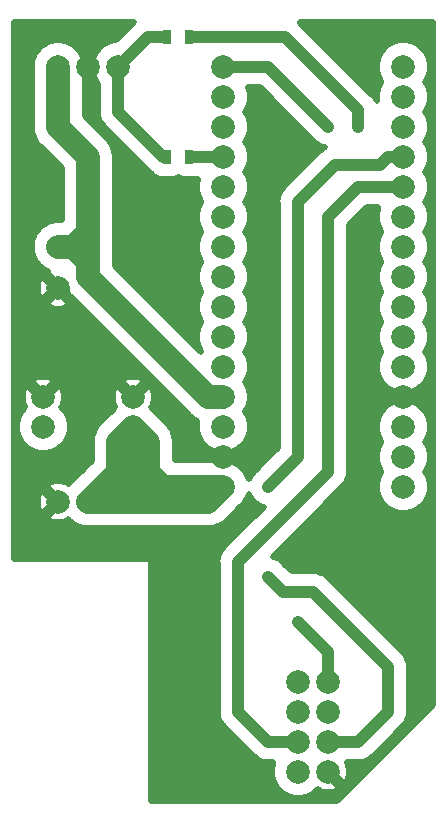
<source format=gbr>
%TF.GenerationSoftware,KiCad,Pcbnew,(5.1.8)-1*%
%TF.CreationDate,2020-11-23T21:40:14-08:00*%
%TF.ProjectId,ard_lightshow,6172645f-6c69-4676-9874-73686f772e6b,rev?*%
%TF.SameCoordinates,Original*%
%TF.FileFunction,Copper,L1,Top*%
%TF.FilePolarity,Positive*%
%FSLAX46Y46*%
G04 Gerber Fmt 4.6, Leading zero omitted, Abs format (unit mm)*
G04 Created by KiCad (PCBNEW (5.1.8)-1) date 2020-11-23 21:40:14*
%MOMM*%
%LPD*%
G01*
G04 APERTURE LIST*
%TA.AperFunction,ComponentPad*%
%ADD10C,2.000000*%
%TD*%
%TA.AperFunction,SMDPad,CuDef*%
%ADD11R,0.700000X1.300000*%
%TD*%
%TA.AperFunction,ViaPad*%
%ADD12C,1.000000*%
%TD*%
%TA.AperFunction,Conductor*%
%ADD13C,2.000000*%
%TD*%
%TA.AperFunction,Conductor*%
%ADD14C,1.000000*%
%TD*%
%TA.AperFunction,Conductor*%
%ADD15C,0.500000*%
%TD*%
%TA.AperFunction,Conductor*%
%ADD16C,0.100000*%
%TD*%
G04 APERTURE END LIST*
D10*
%TO.P,U0,28*%
%TO.N,Net-(U0-Pad28)*%
X132080000Y-130810000D03*
%TO.P,U0,27*%
%TO.N,/GND*%
X132080000Y-128270000D03*
%TO.P,U0,26*%
%TO.N,Net-(U0-Pad26)*%
X132080000Y-125730000D03*
%TO.P,U0,25*%
%TO.N,/IR_OUT*%
X132080000Y-123190000D03*
%TO.P,U0,24*%
%TO.N,Net-(U0-Pad24)*%
X132080000Y-120650000D03*
%TO.P,U0,23*%
%TO.N,Net-(U0-Pad23)*%
X132080000Y-118110000D03*
%TO.P,U0,22*%
%TO.N,Net-(U0-Pad22)*%
X132080000Y-115570000D03*
%TO.P,U0,21*%
%TO.N,Net-(U0-Pad21)*%
X132080000Y-113030000D03*
%TO.P,U0,20*%
%TO.N,/CSN*%
X132080000Y-110490000D03*
%TO.P,U0,19*%
%TO.N,/CE*%
X132080000Y-107950000D03*
%TO.P,U0,18*%
%TO.N,Net-(U0-Pad18)*%
X132080000Y-105410000D03*
%TO.P,U0,17*%
%TO.N,/MOSI*%
X132080000Y-102870000D03*
%TO.P,U0,16*%
%TO.N,/MISO*%
X132080000Y-100330000D03*
%TO.P,U0,15*%
%TO.N,/VIN*%
X116840000Y-135890000D03*
%TO.P,U0,14*%
%TO.N,/GND*%
X116840000Y-133350000D03*
%TO.P,U0,13*%
%TO.N,Net-(U0-Pad13)*%
X116840000Y-130810000D03*
%TO.P,U0,12*%
%TO.N,/5V0*%
X116840000Y-128270000D03*
%TO.P,U0,11*%
%TO.N,Net-(U0-Pad11)*%
X116840000Y-125730000D03*
%TO.P,U0,10*%
%TO.N,Net-(U0-Pad10)*%
X116840000Y-123190000D03*
%TO.P,U0,9*%
%TO.N,Net-(U0-Pad9)*%
X116840000Y-120650000D03*
%TO.P,U0,8*%
%TO.N,Net-(U0-Pad8)*%
X116840000Y-118110000D03*
%TO.P,U0,7*%
%TO.N,Net-(U0-Pad7)*%
X116840000Y-115570000D03*
%TO.P,U0,6*%
%TO.N,Net-(U0-Pad6)*%
X116840000Y-113030000D03*
%TO.P,U0,5*%
%TO.N,Net-(U0-Pad5)*%
X116840000Y-110490000D03*
%TO.P,U0,4*%
%TO.N,/MIC_OUT*%
X116840000Y-107950000D03*
%TO.P,U0,3*%
%TO.N,Net-(U0-Pad3)*%
X116840000Y-105410000D03*
%TO.P,U0,2*%
%TO.N,/3V3*%
X116840000Y-102870000D03*
%TO.P,U0,1*%
%TO.N,/SCK*%
X116840000Y-100330000D03*
%TO.P,U0,29*%
%TO.N,Net-(U0-Pad29)*%
X132080000Y-133350000D03*
%TO.P,U0,30*%
%TO.N,Net-(U0-Pad30)*%
X132080000Y-135890000D03*
%TD*%
%TO.P,U3,1*%
%TO.N,/VIN*%
X105410000Y-137160000D03*
%TO.P,U3,2*%
%TO.N,/GND*%
X102870000Y-137160000D03*
%TD*%
%TO.P,C2,2*%
%TO.N,/GND*%
X109220000Y-128310000D03*
%TO.P,C2,1*%
%TO.N,/VIN*%
X109220000Y-130810000D03*
%TD*%
%TO.P,C0,2*%
%TO.N,/GND*%
X101600000Y-128310000D03*
%TO.P,C0,1*%
%TO.N,/3V3*%
X101600000Y-130810000D03*
%TD*%
%TO.P,C1,1*%
%TO.N,/5V0*%
X102870000Y-115570000D03*
%TO.P,C1,2*%
%TO.N,/GND*%
X102870000Y-119070000D03*
%TD*%
%TO.P,U2,1*%
%TO.N,Net-(R0-Pad2)*%
X107950000Y-100330000D03*
%TO.P,U2,2*%
%TO.N,/GND*%
X105410000Y-100330000D03*
%TO.P,U2,3*%
%TO.N,/5V0*%
X102870000Y-100330000D03*
%TD*%
%TO.P,U1,1*%
%TO.N,/GND*%
X125730000Y-160020000D03*
%TO.P,U1,2*%
%TO.N,/CE*%
X125730000Y-157480000D03*
%TO.P,U1,3*%
%TO.N,/SCK*%
X125730000Y-154940000D03*
%TO.P,U1,4*%
%TO.N,/MISO*%
X125730000Y-152400000D03*
%TO.P,U1,8*%
%TO.N,Net-(U1-Pad8)*%
X123190000Y-152400000D03*
%TO.P,U1,7*%
%TO.N,/MOSI*%
X123190000Y-154940000D03*
%TO.P,U1,6*%
%TO.N,/CSN*%
X123190000Y-157480000D03*
%TO.P,U1,5*%
%TO.N,/3V3*%
X123190000Y-160020000D03*
%TD*%
D11*
%TO.P,R1,1*%
%TO.N,Net-(R0-Pad2)*%
X112080000Y-97790000D03*
%TO.P,R1,2*%
%TO.N,/IR_OUT*%
X113980000Y-97790000D03*
%TD*%
%TO.P,R0,1*%
%TO.N,/MIC_OUT*%
X113980000Y-107950000D03*
%TO.P,R0,2*%
%TO.N,Net-(R0-Pad2)*%
X112080000Y-107950000D03*
%TD*%
D12*
%TO.N,/SCK*%
X125730000Y-105410000D03*
%TO.N,/MISO*%
X123190000Y-147320000D03*
%TO.N,/CE*%
X120650000Y-135890000D03*
X120650000Y-143510000D03*
%TO.N,/IR_OUT*%
X128270000Y-105410000D03*
%TD*%
D13*
%TO.N,/5V0*%
X102870000Y-115570000D02*
X104140000Y-115570000D01*
X104140000Y-115570000D02*
X105410000Y-116840000D01*
X104140000Y-115570000D02*
X105410000Y-114300000D01*
X105410000Y-114300000D02*
X105410000Y-116840000D01*
X116840000Y-128270000D02*
X115570000Y-128270000D01*
X105410000Y-116840000D02*
X105410000Y-118110000D01*
X102870000Y-105410000D02*
X102870000Y-100330000D01*
X105410000Y-114300000D02*
X105410000Y-107950000D01*
X105410000Y-107950000D02*
X102870000Y-105410000D01*
X115570000Y-128270000D02*
X105410000Y-118110000D01*
D14*
%TO.N,/SCK*%
X125730000Y-105410000D02*
X125730000Y-105410000D01*
X120650000Y-100330000D02*
X116840000Y-100330000D01*
X125730000Y-105410000D02*
X125730000Y-105410000D01*
X125730000Y-105410000D02*
X125730000Y-105410000D01*
X125730000Y-105410000D02*
X120650000Y-100330000D01*
%TO.N,/MISO*%
X123190000Y-147320000D02*
X123190000Y-147320000D01*
X125730000Y-149860000D02*
X125730000Y-152400000D01*
X123190000Y-147320000D02*
X123190000Y-147320000D01*
X123190000Y-147320000D02*
X123190000Y-147320000D01*
X123190000Y-147320000D02*
X125730000Y-149860000D01*
%TO.N,/CE*%
X121920000Y-144780000D02*
X120650000Y-143510000D01*
X124460000Y-144780000D02*
X121920000Y-144780000D01*
X130810000Y-151130000D02*
X124460000Y-144780000D01*
X130810000Y-154940000D02*
X130810000Y-151130000D01*
X128270000Y-157480000D02*
X130810000Y-154940000D01*
X125730000Y-157480000D02*
X128270000Y-157480000D01*
X130810000Y-107950000D02*
X132080000Y-107950000D01*
X130079999Y-108680001D02*
X130810000Y-107950000D01*
X126269999Y-108680001D02*
X130079999Y-108680001D01*
X123190000Y-111760000D02*
X126269999Y-108680001D01*
X123190000Y-133350000D02*
X123190000Y-111760000D01*
X121920000Y-134620000D02*
X123190000Y-133350000D01*
X121920000Y-134620000D02*
X120650000Y-135890000D01*
X120650000Y-135890000D02*
X120650000Y-135890000D01*
X120650000Y-143510000D02*
X120650000Y-143510000D01*
X120650000Y-135890000D02*
X120650000Y-135890000D01*
X120650000Y-143510000D02*
X120650000Y-143510000D01*
X120650000Y-135890000D02*
X120650000Y-135890000D01*
X120650000Y-135890000D02*
X120650000Y-135890000D01*
X120650000Y-143510000D02*
X120650000Y-143510000D01*
%TO.N,/CSN*%
X128270000Y-110490000D02*
X132080000Y-110490000D01*
X125730000Y-113030000D02*
X128270000Y-110490000D01*
X118110000Y-142240000D02*
X125730000Y-134620000D01*
X125730000Y-134620000D02*
X125730000Y-113030000D01*
X118110000Y-154940000D02*
X118110000Y-142240000D01*
X123190000Y-157480000D02*
X120650000Y-157480000D01*
X120650000Y-157480000D02*
X118110000Y-154940000D01*
%TO.N,/IR_OUT*%
X128270000Y-105410000D02*
X128270000Y-105410000D01*
X128270000Y-103995787D02*
X122064213Y-97790000D01*
X128270000Y-105410000D02*
X128270000Y-105410000D01*
X128270000Y-105410000D02*
X128270000Y-103995787D01*
X122064213Y-97790000D02*
X114300000Y-97790000D01*
X128270000Y-105410000D02*
X128270000Y-105410000D01*
D13*
%TO.N,/VIN*%
X109220000Y-133350000D02*
X109220000Y-130810000D01*
X111760000Y-135890000D02*
X116840000Y-135890000D01*
X110490000Y-134620000D02*
X107950000Y-134620000D01*
X107950000Y-134620000D02*
X109220000Y-133350000D01*
X109220000Y-133350000D02*
X110490000Y-134620000D01*
X110490000Y-134620000D02*
X111760000Y-135890000D01*
X111760000Y-135890000D02*
X106680000Y-135890000D01*
X106680000Y-135890000D02*
X107950000Y-134620000D01*
X105410000Y-137160000D02*
X106680000Y-135890000D01*
X115570000Y-137160000D02*
X116840000Y-135890000D01*
X105410000Y-137160000D02*
X115570000Y-137160000D01*
X109220000Y-130810000D02*
X107950000Y-132080000D01*
X107950000Y-132080000D02*
X107950000Y-134620000D01*
X109220000Y-130810000D02*
X110490000Y-132080000D01*
X110490000Y-132080000D02*
X110490000Y-134620000D01*
D14*
%TO.N,/MIC_OUT*%
X116840000Y-107950000D02*
X114300000Y-107950000D01*
%TO.N,Net-(R0-Pad2)*%
X107950000Y-100330000D02*
X110490000Y-97790000D01*
X107950000Y-100330000D02*
X107950000Y-104140000D01*
X107950000Y-104140000D02*
X111760000Y-107950000D01*
X110490000Y-97790000D02*
X111760000Y-97790000D01*
%TD*%
D15*
%TO.N,/GND*%
X109191776Y-96613350D02*
X107724315Y-98080811D01*
X107293699Y-98166466D01*
X106884225Y-98336076D01*
X106515708Y-98582311D01*
X106202311Y-98895708D01*
X105956076Y-99264225D01*
X105786466Y-99673699D01*
X105700000Y-100108394D01*
X105700000Y-100551606D01*
X105786466Y-100986301D01*
X105956076Y-101395775D01*
X106200000Y-101760834D01*
X106200001Y-104054025D01*
X106191533Y-104140000D01*
X106207715Y-104304292D01*
X106225322Y-104483060D01*
X106307420Y-104753699D01*
X106325389Y-104812936D01*
X106487888Y-105116952D01*
X106633198Y-105294012D01*
X106706577Y-105383424D01*
X106773351Y-105438224D01*
X110583351Y-109248225D01*
X110771963Y-109403015D01*
X110841840Y-109488160D01*
X111032177Y-109644366D01*
X111249331Y-109760437D01*
X111484957Y-109831913D01*
X111730000Y-109856048D01*
X112430000Y-109856048D01*
X112675043Y-109831913D01*
X112910669Y-109760437D01*
X113030000Y-109696653D01*
X113149331Y-109760437D01*
X113384957Y-109831913D01*
X113630000Y-109856048D01*
X114330000Y-109856048D01*
X114575043Y-109831913D01*
X114691887Y-109796469D01*
X114676466Y-109833699D01*
X114590000Y-110268394D01*
X114590000Y-110711606D01*
X114676466Y-111146301D01*
X114846076Y-111555775D01*
X114982535Y-111760000D01*
X114846076Y-111964225D01*
X114676466Y-112373699D01*
X114590000Y-112808394D01*
X114590000Y-113251606D01*
X114676466Y-113686301D01*
X114846076Y-114095775D01*
X114982535Y-114300000D01*
X114846076Y-114504225D01*
X114676466Y-114913699D01*
X114590000Y-115348394D01*
X114590000Y-115791606D01*
X114676466Y-116226301D01*
X114846076Y-116635775D01*
X114982535Y-116840000D01*
X114846076Y-117044225D01*
X114676466Y-117453699D01*
X114590000Y-117888394D01*
X114590000Y-118331606D01*
X114676466Y-118766301D01*
X114846076Y-119175775D01*
X114982535Y-119380000D01*
X114846076Y-119584225D01*
X114676466Y-119993699D01*
X114590000Y-120428394D01*
X114590000Y-120871606D01*
X114676466Y-121306301D01*
X114846076Y-121715775D01*
X114982535Y-121920000D01*
X114846076Y-122124225D01*
X114676466Y-122533699D01*
X114590000Y-122968394D01*
X114590000Y-123411606D01*
X114676466Y-123846301D01*
X114846076Y-124255775D01*
X114982535Y-124460000D01*
X114966291Y-124484310D01*
X107660000Y-117178020D01*
X107660000Y-116950525D01*
X107670886Y-116839999D01*
X107660000Y-116729472D01*
X107660000Y-114410527D01*
X107670886Y-114300001D01*
X107660000Y-114189472D01*
X107660000Y-108060517D01*
X107670885Y-107949999D01*
X107660000Y-107839481D01*
X107660000Y-107839472D01*
X107627444Y-107508923D01*
X107498786Y-107084796D01*
X107289858Y-106693919D01*
X107178254Y-106557929D01*
X107079145Y-106437164D01*
X107079144Y-106437163D01*
X107008688Y-106351312D01*
X106922837Y-106280856D01*
X105120000Y-104478020D01*
X105120000Y-100108394D01*
X105098330Y-99999451D01*
X105087444Y-99888923D01*
X105055204Y-99782644D01*
X105033534Y-99673699D01*
X104991025Y-99571074D01*
X104958786Y-99464796D01*
X104906433Y-99366850D01*
X104863924Y-99264225D01*
X104802212Y-99171866D01*
X104749858Y-99073919D01*
X104679402Y-98988068D01*
X104617689Y-98895708D01*
X104539144Y-98817163D01*
X104468688Y-98731312D01*
X104382837Y-98660856D01*
X104304292Y-98582311D01*
X104211932Y-98520598D01*
X104126081Y-98450142D01*
X104028134Y-98397788D01*
X103935775Y-98336076D01*
X103833150Y-98293567D01*
X103735204Y-98241214D01*
X103628926Y-98208975D01*
X103526301Y-98166466D01*
X103417356Y-98144796D01*
X103311077Y-98112556D01*
X103200549Y-98101670D01*
X103091606Y-98080000D01*
X102980528Y-98080000D01*
X102870000Y-98069114D01*
X102759472Y-98080000D01*
X102648394Y-98080000D01*
X102539451Y-98101670D01*
X102428924Y-98112556D01*
X102322646Y-98144795D01*
X102213699Y-98166466D01*
X102111071Y-98208976D01*
X102004797Y-98241214D01*
X101906854Y-98293566D01*
X101804225Y-98336076D01*
X101711862Y-98397791D01*
X101613920Y-98450142D01*
X101528073Y-98520595D01*
X101435708Y-98582311D01*
X101357159Y-98660860D01*
X101271313Y-98731312D01*
X101200861Y-98817158D01*
X101122311Y-98895708D01*
X101060594Y-98988074D01*
X100990143Y-99073919D01*
X100937793Y-99171859D01*
X100876076Y-99264225D01*
X100833564Y-99366858D01*
X100781215Y-99464796D01*
X100748979Y-99571064D01*
X100706466Y-99673699D01*
X100684794Y-99782653D01*
X100652557Y-99888923D01*
X100641672Y-99999441D01*
X100620000Y-100108394D01*
X100620000Y-100551606D01*
X100620001Y-100551611D01*
X100620000Y-105299474D01*
X100609114Y-105410000D01*
X100620000Y-105520525D01*
X100620000Y-105520527D01*
X100652556Y-105851076D01*
X100781214Y-106275203D01*
X100990142Y-106666081D01*
X101271312Y-107008688D01*
X101357168Y-107079148D01*
X103160001Y-108881982D01*
X103160000Y-113320000D01*
X102648394Y-113320000D01*
X102539451Y-113341670D01*
X102428923Y-113352556D01*
X102322644Y-113384796D01*
X102213699Y-113406466D01*
X102111074Y-113448975D01*
X102004796Y-113481214D01*
X101906850Y-113533567D01*
X101804225Y-113576076D01*
X101711866Y-113637788D01*
X101613919Y-113690142D01*
X101528068Y-113760598D01*
X101435708Y-113822311D01*
X101357164Y-113900855D01*
X101271312Y-113971312D01*
X101200856Y-114057163D01*
X101122311Y-114135708D01*
X101060598Y-114228068D01*
X100990142Y-114313919D01*
X100937788Y-114411866D01*
X100876076Y-114504225D01*
X100833567Y-114606850D01*
X100781214Y-114704796D01*
X100748975Y-114811074D01*
X100706466Y-114913699D01*
X100684796Y-115022644D01*
X100652556Y-115128923D01*
X100641670Y-115239451D01*
X100620000Y-115348394D01*
X100620000Y-115459472D01*
X100609114Y-115570000D01*
X100620000Y-115680528D01*
X100620000Y-115791606D01*
X100641670Y-115900549D01*
X100652556Y-116011077D01*
X100684796Y-116117356D01*
X100706466Y-116226301D01*
X100748975Y-116328926D01*
X100781214Y-116435204D01*
X100833567Y-116533150D01*
X100876076Y-116635775D01*
X100937788Y-116728134D01*
X100990142Y-116826081D01*
X101060598Y-116911932D01*
X101122311Y-117004292D01*
X101200854Y-117082835D01*
X101271312Y-117168688D01*
X101357163Y-117239144D01*
X101435708Y-117317689D01*
X101528068Y-117379402D01*
X101613919Y-117449858D01*
X101711866Y-117502212D01*
X101804225Y-117563924D01*
X101906850Y-117606433D01*
X101999528Y-117655970D01*
X101950091Y-117796537D01*
X102870000Y-118716447D01*
X102884143Y-118702305D01*
X103237696Y-119055858D01*
X103223553Y-119070000D01*
X103578232Y-119424678D01*
X103740855Y-119622835D01*
X103811313Y-119708688D01*
X103897164Y-119779144D01*
X113900856Y-129782837D01*
X113971312Y-129868688D01*
X114057163Y-129939144D01*
X114057164Y-129939145D01*
X114313918Y-130149858D01*
X114509358Y-130254322D01*
X114642315Y-130325389D01*
X114590000Y-130588394D01*
X114590000Y-131031606D01*
X114676466Y-131466301D01*
X114846076Y-131875775D01*
X115092311Y-132244292D01*
X115405708Y-132557689D01*
X115774225Y-132803924D01*
X116183699Y-132973534D01*
X116618394Y-133060000D01*
X117061606Y-133060000D01*
X117496301Y-132973534D01*
X117905775Y-132803924D01*
X118274292Y-132557689D01*
X118587689Y-132244292D01*
X118833924Y-131875775D01*
X119003534Y-131466301D01*
X119090000Y-131031606D01*
X119090000Y-130588394D01*
X119003534Y-130153699D01*
X118833924Y-129744225D01*
X118702388Y-129547368D01*
X118719858Y-129526081D01*
X118772212Y-129428134D01*
X118833924Y-129335775D01*
X118876433Y-129233150D01*
X118928786Y-129135204D01*
X118961025Y-129028926D01*
X119003534Y-128926301D01*
X119025204Y-128817356D01*
X119057444Y-128711077D01*
X119068330Y-128600549D01*
X119090000Y-128491606D01*
X119090000Y-128380528D01*
X119100886Y-128270000D01*
X119090000Y-128159472D01*
X119090000Y-128048394D01*
X119068330Y-127939451D01*
X119057444Y-127828923D01*
X119025204Y-127722644D01*
X119003534Y-127613699D01*
X118961025Y-127511074D01*
X118928786Y-127404796D01*
X118876433Y-127306850D01*
X118833924Y-127204225D01*
X118772212Y-127111866D01*
X118719858Y-127013919D01*
X118702388Y-126992632D01*
X118833924Y-126795775D01*
X119003534Y-126386301D01*
X119090000Y-125951606D01*
X119090000Y-125508394D01*
X119003534Y-125073699D01*
X118833924Y-124664225D01*
X118697465Y-124460000D01*
X118833924Y-124255775D01*
X119003534Y-123846301D01*
X119090000Y-123411606D01*
X119090000Y-122968394D01*
X119003534Y-122533699D01*
X118833924Y-122124225D01*
X118697465Y-121920000D01*
X118833924Y-121715775D01*
X119003534Y-121306301D01*
X119090000Y-120871606D01*
X119090000Y-120428394D01*
X119003534Y-119993699D01*
X118833924Y-119584225D01*
X118697465Y-119380000D01*
X118833924Y-119175775D01*
X119003534Y-118766301D01*
X119090000Y-118331606D01*
X119090000Y-117888394D01*
X119003534Y-117453699D01*
X118833924Y-117044225D01*
X118697465Y-116840000D01*
X118833924Y-116635775D01*
X119003534Y-116226301D01*
X119090000Y-115791606D01*
X119090000Y-115348394D01*
X119003534Y-114913699D01*
X118833924Y-114504225D01*
X118697465Y-114300000D01*
X118833924Y-114095775D01*
X119003534Y-113686301D01*
X119090000Y-113251606D01*
X119090000Y-112808394D01*
X119003534Y-112373699D01*
X118833924Y-111964225D01*
X118697465Y-111760000D01*
X118833924Y-111555775D01*
X119003534Y-111146301D01*
X119090000Y-110711606D01*
X119090000Y-110268394D01*
X119003534Y-109833699D01*
X118833924Y-109424225D01*
X118697465Y-109220000D01*
X118833924Y-109015775D01*
X119003534Y-108606301D01*
X119090000Y-108171606D01*
X119090000Y-107728394D01*
X119003534Y-107293699D01*
X118833924Y-106884225D01*
X118697465Y-106680000D01*
X118833924Y-106475775D01*
X119003534Y-106066301D01*
X119090000Y-105631606D01*
X119090000Y-105188394D01*
X119003534Y-104753699D01*
X118833924Y-104344225D01*
X118697465Y-104140000D01*
X118833924Y-103935775D01*
X119003534Y-103526301D01*
X119090000Y-103091606D01*
X119090000Y-102648394D01*
X119003534Y-102213699D01*
X118948154Y-102080000D01*
X119925127Y-102080000D01*
X124370686Y-106525560D01*
X124431776Y-106586650D01*
X124486576Y-106653424D01*
X124553350Y-106708224D01*
X124614440Y-106769314D01*
X124686270Y-106817309D01*
X124753047Y-106872112D01*
X124829233Y-106912834D01*
X124901064Y-106960830D01*
X124980881Y-106993891D01*
X125057064Y-107034612D01*
X125139727Y-107059687D01*
X125219544Y-107092749D01*
X125304276Y-107109603D01*
X125386940Y-107134679D01*
X125439109Y-107139817D01*
X125293046Y-107217889D01*
X125200672Y-107293699D01*
X125026575Y-107436577D01*
X124971775Y-107503351D01*
X122013351Y-110461776D01*
X121946577Y-110516576D01*
X121891777Y-110583350D01*
X121891775Y-110583352D01*
X121727888Y-110783048D01*
X121565389Y-111087064D01*
X121468827Y-111405388D01*
X121465322Y-111416941D01*
X121431533Y-111760000D01*
X121440001Y-111845975D01*
X121440000Y-132625126D01*
X120743356Y-133321771D01*
X120743351Y-133321775D01*
X119534443Y-134530684D01*
X119534440Y-134530686D01*
X119473350Y-134591776D01*
X119406576Y-134646576D01*
X119351776Y-134713350D01*
X119290686Y-134774440D01*
X119242688Y-134846274D01*
X119187888Y-134913048D01*
X119147168Y-134989231D01*
X119099170Y-135061064D01*
X119066109Y-135140881D01*
X119025388Y-135217064D01*
X119010190Y-135267163D01*
X119003534Y-135233699D01*
X118961025Y-135131074D01*
X118928786Y-135024796D01*
X118876433Y-134926850D01*
X118833924Y-134824225D01*
X118772212Y-134731866D01*
X118719858Y-134633919D01*
X118649402Y-134548068D01*
X118587689Y-134455708D01*
X118509144Y-134377163D01*
X118438688Y-134291312D01*
X118352836Y-134220855D01*
X118274292Y-134142311D01*
X118181932Y-134080598D01*
X118096081Y-134010142D01*
X117998134Y-133957788D01*
X117905775Y-133896076D01*
X117803150Y-133853567D01*
X117705204Y-133801214D01*
X117598926Y-133768975D01*
X117496301Y-133726466D01*
X117387356Y-133704796D01*
X117281077Y-133672556D01*
X117170549Y-133661670D01*
X117061606Y-133640000D01*
X116950525Y-133640000D01*
X116839999Y-133629114D01*
X116729473Y-133640000D01*
X112740000Y-133640000D01*
X112740000Y-132190525D01*
X112750886Y-132079999D01*
X112740000Y-131969472D01*
X112707444Y-131638923D01*
X112578786Y-131214796D01*
X112480869Y-131031606D01*
X112369858Y-130823918D01*
X112253181Y-130681748D01*
X112088688Y-130481312D01*
X112002831Y-130410851D01*
X110967691Y-129375711D01*
X110967689Y-129375708D01*
X110889144Y-129297163D01*
X110818688Y-129211312D01*
X110736987Y-129144262D01*
X110775127Y-129130848D01*
X110905385Y-128811687D01*
X110970875Y-128473245D01*
X110969080Y-128128530D01*
X110900068Y-127790788D01*
X110775127Y-127489152D01*
X110493463Y-127390091D01*
X109573553Y-128310000D01*
X109587696Y-128324143D01*
X109351838Y-128560000D01*
X109330528Y-128560000D01*
X109220000Y-128549114D01*
X109219999Y-128549114D01*
X109171811Y-128553860D01*
X109109472Y-128560000D01*
X109088162Y-128560000D01*
X108852305Y-128324143D01*
X108866447Y-128310000D01*
X107946537Y-127390091D01*
X107664873Y-127489152D01*
X107534615Y-127808313D01*
X107469125Y-128146755D01*
X107470920Y-128491470D01*
X107539932Y-128829212D01*
X107664873Y-129130848D01*
X107703014Y-129144262D01*
X107621313Y-129211312D01*
X107550861Y-129297158D01*
X107472311Y-129375708D01*
X107472309Y-129375711D01*
X106437169Y-130410851D01*
X106351312Y-130481312D01*
X106070142Y-130823919D01*
X105861214Y-131214797D01*
X105732556Y-131638924D01*
X105700000Y-131969472D01*
X105689114Y-132080000D01*
X105700000Y-132190525D01*
X105700000Y-133688020D01*
X105167169Y-134220851D01*
X105081312Y-134291312D01*
X105010851Y-134377169D01*
X103975711Y-135412309D01*
X103975708Y-135412311D01*
X103897163Y-135490856D01*
X103811312Y-135561312D01*
X103740856Y-135647163D01*
X103714863Y-135673156D01*
X103690848Y-135604873D01*
X103371687Y-135474615D01*
X103033245Y-135409125D01*
X102688530Y-135410920D01*
X102350788Y-135479932D01*
X102049152Y-135604873D01*
X101950091Y-135886537D01*
X102870000Y-136806447D01*
X102884143Y-136792305D01*
X103158324Y-137066486D01*
X103149114Y-137160000D01*
X103158324Y-137253514D01*
X102884143Y-137527696D01*
X102870000Y-137513553D01*
X101950091Y-138433463D01*
X102049152Y-138715127D01*
X102368313Y-138845385D01*
X102706755Y-138910875D01*
X103051470Y-138909080D01*
X103389212Y-138840068D01*
X103690848Y-138715127D01*
X103714863Y-138646844D01*
X103740856Y-138672837D01*
X103811312Y-138758688D01*
X103897163Y-138829144D01*
X103975708Y-138907689D01*
X104068068Y-138969402D01*
X104153919Y-139039858D01*
X104251866Y-139092212D01*
X104344225Y-139153924D01*
X104446850Y-139196433D01*
X104544796Y-139248786D01*
X104651074Y-139281025D01*
X104753699Y-139323534D01*
X104862644Y-139345204D01*
X104968923Y-139377444D01*
X105079451Y-139388330D01*
X105188394Y-139410000D01*
X105299475Y-139410000D01*
X105410000Y-139420886D01*
X105520525Y-139410000D01*
X115459475Y-139410000D01*
X115570000Y-139420886D01*
X115680525Y-139410000D01*
X115680528Y-139410000D01*
X116011077Y-139377444D01*
X116435204Y-139248786D01*
X116826081Y-139039858D01*
X117168688Y-138758688D01*
X117239149Y-138672831D01*
X118274289Y-137637691D01*
X118274292Y-137637689D01*
X118352837Y-137559144D01*
X118438688Y-137488688D01*
X118509146Y-137402835D01*
X118587689Y-137324292D01*
X118649400Y-137231934D01*
X118719858Y-137146082D01*
X118772214Y-137048131D01*
X118833924Y-136955775D01*
X118876432Y-136853152D01*
X118928786Y-136755204D01*
X118961024Y-136648928D01*
X119003534Y-136546301D01*
X119010190Y-136512837D01*
X119025388Y-136562936D01*
X119066109Y-136639119D01*
X119099170Y-136718936D01*
X119147168Y-136790769D01*
X119187888Y-136866952D01*
X119242688Y-136933726D01*
X119290686Y-137005560D01*
X119351776Y-137066650D01*
X119406576Y-137133424D01*
X119473350Y-137188224D01*
X119534440Y-137249314D01*
X119606274Y-137297312D01*
X119673048Y-137352112D01*
X119749231Y-137392832D01*
X119821064Y-137440830D01*
X119900881Y-137473891D01*
X119977064Y-137514612D01*
X120059727Y-137539687D01*
X120139544Y-137572749D01*
X120224276Y-137589603D01*
X120271268Y-137603858D01*
X116933351Y-140941776D01*
X116866577Y-140996576D01*
X116811777Y-141063350D01*
X116811775Y-141063352D01*
X116647888Y-141263048D01*
X116485389Y-141567064D01*
X116388827Y-141885388D01*
X116385322Y-141896941D01*
X116351533Y-142240000D01*
X116360001Y-142325975D01*
X116360000Y-154854035D01*
X116351533Y-154940000D01*
X116360000Y-155025965D01*
X116360000Y-155025967D01*
X116385321Y-155283059D01*
X116485388Y-155612935D01*
X116513611Y-155665736D01*
X116647888Y-155916952D01*
X116737497Y-156026140D01*
X116866576Y-156183424D01*
X116933355Y-156238229D01*
X119351776Y-158656650D01*
X119406576Y-158723424D01*
X119673048Y-158942112D01*
X119977064Y-159104612D01*
X120306940Y-159204679D01*
X120564032Y-159230000D01*
X120564041Y-159230000D01*
X120649999Y-159238466D01*
X120735957Y-159230000D01*
X121081846Y-159230000D01*
X121026466Y-159363699D01*
X120940000Y-159798394D01*
X120940000Y-160241606D01*
X121026466Y-160676301D01*
X121196076Y-161085775D01*
X121442311Y-161454292D01*
X121755708Y-161767689D01*
X122124225Y-162013924D01*
X122533699Y-162183534D01*
X122968394Y-162270000D01*
X123411606Y-162270000D01*
X123846301Y-162183534D01*
X124255775Y-162013924D01*
X124624292Y-161767689D01*
X124885137Y-161506844D01*
X124909152Y-161575127D01*
X125228313Y-161705385D01*
X125566755Y-161770875D01*
X125911470Y-161769080D01*
X126249212Y-161700068D01*
X126550848Y-161575127D01*
X126649909Y-161293463D01*
X125730000Y-160373553D01*
X125715858Y-160387696D01*
X125440000Y-160111838D01*
X125440000Y-159928162D01*
X125638162Y-159730000D01*
X125821838Y-159730000D01*
X126097696Y-160005858D01*
X126083553Y-160020000D01*
X127003463Y-160939909D01*
X127285127Y-160840848D01*
X127415385Y-160521687D01*
X127480875Y-160183245D01*
X127479080Y-159838530D01*
X127410068Y-159500788D01*
X127297905Y-159230000D01*
X128184035Y-159230000D01*
X128270000Y-159238467D01*
X128355965Y-159230000D01*
X128355968Y-159230000D01*
X128613060Y-159204679D01*
X128942936Y-159104612D01*
X129246952Y-158942112D01*
X129513424Y-158723424D01*
X129568229Y-158656645D01*
X131986651Y-156238223D01*
X132053424Y-156183424D01*
X132272112Y-155916952D01*
X132434612Y-155612936D01*
X132534679Y-155283060D01*
X132560000Y-155025968D01*
X132560000Y-155025959D01*
X132568466Y-154940001D01*
X132560000Y-154854043D01*
X132560000Y-151215957D01*
X132568466Y-151129999D01*
X132560000Y-151044041D01*
X132560000Y-151044032D01*
X132534679Y-150786940D01*
X132434612Y-150457064D01*
X132316700Y-150236466D01*
X132272112Y-150153047D01*
X132108225Y-149953351D01*
X132108224Y-149953350D01*
X132053424Y-149886576D01*
X131986650Y-149831776D01*
X125758229Y-143603356D01*
X125703424Y-143536576D01*
X125436952Y-143317888D01*
X125132936Y-143155388D01*
X124803060Y-143055321D01*
X124545968Y-143030000D01*
X124545965Y-143030000D01*
X124460000Y-143021533D01*
X124374035Y-143030000D01*
X122644874Y-143030000D01*
X122009316Y-142394443D01*
X122009314Y-142394440D01*
X121948224Y-142333350D01*
X121893424Y-142266576D01*
X121826649Y-142211775D01*
X121765560Y-142150686D01*
X121693726Y-142102688D01*
X121626952Y-142047888D01*
X121550769Y-142007168D01*
X121478936Y-141959170D01*
X121399119Y-141926109D01*
X121322936Y-141885388D01*
X121240273Y-141860313D01*
X121160456Y-141827251D01*
X121075724Y-141810397D01*
X121028731Y-141796142D01*
X126906651Y-135918223D01*
X126973424Y-135863424D01*
X127093066Y-135717640D01*
X127192112Y-135596953D01*
X127354611Y-135292937D01*
X127354612Y-135292936D01*
X127454679Y-134963060D01*
X127480000Y-134705968D01*
X127480000Y-134705959D01*
X127488466Y-134620001D01*
X127480000Y-134534043D01*
X127480000Y-130588394D01*
X129830000Y-130588394D01*
X129830000Y-131031606D01*
X129916466Y-131466301D01*
X130086076Y-131875775D01*
X130222535Y-132080000D01*
X130086076Y-132284225D01*
X129916466Y-132693699D01*
X129830000Y-133128394D01*
X129830000Y-133571606D01*
X129916466Y-134006301D01*
X130086076Y-134415775D01*
X130222535Y-134620000D01*
X130086076Y-134824225D01*
X129916466Y-135233699D01*
X129830000Y-135668394D01*
X129830000Y-136111606D01*
X129916466Y-136546301D01*
X130086076Y-136955775D01*
X130332311Y-137324292D01*
X130645708Y-137637689D01*
X131014225Y-137883924D01*
X131423699Y-138053534D01*
X131858394Y-138140000D01*
X132301606Y-138140000D01*
X132736301Y-138053534D01*
X133145775Y-137883924D01*
X133514292Y-137637689D01*
X133827689Y-137324292D01*
X134073924Y-136955775D01*
X134243534Y-136546301D01*
X134330000Y-136111606D01*
X134330000Y-135668394D01*
X134243534Y-135233699D01*
X134073924Y-134824225D01*
X133937465Y-134620000D01*
X134073924Y-134415775D01*
X134243534Y-134006301D01*
X134330000Y-133571606D01*
X134330000Y-133128394D01*
X134243534Y-132693699D01*
X134073924Y-132284225D01*
X133937465Y-132080000D01*
X134073924Y-131875775D01*
X134243534Y-131466301D01*
X134330000Y-131031606D01*
X134330000Y-130588394D01*
X134243534Y-130153699D01*
X134073924Y-129744225D01*
X133827689Y-129375708D01*
X133514292Y-129062311D01*
X133145775Y-128816076D01*
X132736301Y-128646466D01*
X132301606Y-128560000D01*
X131858394Y-128560000D01*
X131423699Y-128646466D01*
X131014225Y-128816076D01*
X130645708Y-129062311D01*
X130332311Y-129375708D01*
X130086076Y-129744225D01*
X129916466Y-130153699D01*
X129830000Y-130588394D01*
X127480000Y-130588394D01*
X127480000Y-113754873D01*
X128994874Y-112240000D01*
X129971846Y-112240000D01*
X129916466Y-112373699D01*
X129830000Y-112808394D01*
X129830000Y-113251606D01*
X129916466Y-113686301D01*
X130086076Y-114095775D01*
X130222535Y-114300000D01*
X130086076Y-114504225D01*
X129916466Y-114913699D01*
X129830000Y-115348394D01*
X129830000Y-115791606D01*
X129916466Y-116226301D01*
X130086076Y-116635775D01*
X130222535Y-116840000D01*
X130086076Y-117044225D01*
X129916466Y-117453699D01*
X129830000Y-117888394D01*
X129830000Y-118331606D01*
X129916466Y-118766301D01*
X130086076Y-119175775D01*
X130222535Y-119380000D01*
X130086076Y-119584225D01*
X129916466Y-119993699D01*
X129830000Y-120428394D01*
X129830000Y-120871606D01*
X129916466Y-121306301D01*
X130086076Y-121715775D01*
X130222535Y-121920000D01*
X130086076Y-122124225D01*
X129916466Y-122533699D01*
X129830000Y-122968394D01*
X129830000Y-123411606D01*
X129916466Y-123846301D01*
X130086076Y-124255775D01*
X130222535Y-124460000D01*
X130086076Y-124664225D01*
X129916466Y-125073699D01*
X129830000Y-125508394D01*
X129830000Y-125951606D01*
X129916466Y-126386301D01*
X130086076Y-126795775D01*
X130332311Y-127164292D01*
X130645708Y-127477689D01*
X131014225Y-127723924D01*
X131423699Y-127893534D01*
X131858394Y-127980000D01*
X132301606Y-127980000D01*
X132736301Y-127893534D01*
X133145775Y-127723924D01*
X133514292Y-127477689D01*
X133827689Y-127164292D01*
X134073924Y-126795775D01*
X134243534Y-126386301D01*
X134330000Y-125951606D01*
X134330000Y-125508394D01*
X134243534Y-125073699D01*
X134073924Y-124664225D01*
X133937465Y-124460000D01*
X134073924Y-124255775D01*
X134243534Y-123846301D01*
X134330000Y-123411606D01*
X134330000Y-122968394D01*
X134243534Y-122533699D01*
X134073924Y-122124225D01*
X133937465Y-121920000D01*
X134073924Y-121715775D01*
X134243534Y-121306301D01*
X134330000Y-120871606D01*
X134330000Y-120428394D01*
X134243534Y-119993699D01*
X134073924Y-119584225D01*
X133937465Y-119380000D01*
X134073924Y-119175775D01*
X134243534Y-118766301D01*
X134330000Y-118331606D01*
X134330000Y-117888394D01*
X134243534Y-117453699D01*
X134073924Y-117044225D01*
X133937465Y-116840000D01*
X134073924Y-116635775D01*
X134243534Y-116226301D01*
X134330000Y-115791606D01*
X134330000Y-115348394D01*
X134243534Y-114913699D01*
X134073924Y-114504225D01*
X133937465Y-114300000D01*
X134073924Y-114095775D01*
X134243534Y-113686301D01*
X134330000Y-113251606D01*
X134330000Y-112808394D01*
X134243534Y-112373699D01*
X134073924Y-111964225D01*
X133937465Y-111760000D01*
X134073924Y-111555775D01*
X134243534Y-111146301D01*
X134330000Y-110711606D01*
X134330000Y-110268394D01*
X134243534Y-109833699D01*
X134073924Y-109424225D01*
X133937465Y-109220000D01*
X134073924Y-109015775D01*
X134243534Y-108606301D01*
X134330000Y-108171606D01*
X134330000Y-107728394D01*
X134243534Y-107293699D01*
X134073924Y-106884225D01*
X133937465Y-106680000D01*
X134073924Y-106475775D01*
X134243534Y-106066301D01*
X134330000Y-105631606D01*
X134330000Y-105188394D01*
X134243534Y-104753699D01*
X134073924Y-104344225D01*
X133937465Y-104140000D01*
X134073924Y-103935775D01*
X134243534Y-103526301D01*
X134330000Y-103091606D01*
X134330000Y-102648394D01*
X134243534Y-102213699D01*
X134073924Y-101804225D01*
X133937465Y-101600000D01*
X134073924Y-101395775D01*
X134243534Y-100986301D01*
X134330000Y-100551606D01*
X134330000Y-100108394D01*
X134243534Y-99673699D01*
X134073924Y-99264225D01*
X133827689Y-98895708D01*
X133514292Y-98582311D01*
X133145775Y-98336076D01*
X132736301Y-98166466D01*
X132301606Y-98080000D01*
X131858394Y-98080000D01*
X131423699Y-98166466D01*
X131014225Y-98336076D01*
X130645708Y-98582311D01*
X130332311Y-98895708D01*
X130086076Y-99264225D01*
X129916466Y-99673699D01*
X129830000Y-100108394D01*
X129830000Y-100551606D01*
X129916466Y-100986301D01*
X130086076Y-101395775D01*
X130222535Y-101600000D01*
X130086076Y-101804225D01*
X129916466Y-102213699D01*
X129830000Y-102648394D01*
X129830000Y-103091606D01*
X129864964Y-103267384D01*
X129818970Y-103181334D01*
X129732112Y-103018834D01*
X129568225Y-102819138D01*
X129568224Y-102819137D01*
X129513424Y-102752363D01*
X129446650Y-102697563D01*
X123362442Y-96613356D01*
X123310447Y-96550000D01*
X134590000Y-96550000D01*
X134590001Y-154401522D01*
X126461523Y-162530000D01*
X110740000Y-162530000D01*
X110740000Y-142240000D01*
X110735196Y-142191227D01*
X110720970Y-142144329D01*
X110697867Y-142101107D01*
X110666777Y-142063223D01*
X110628893Y-142032133D01*
X110585671Y-142009030D01*
X110538773Y-141994804D01*
X110490000Y-141990000D01*
X99090000Y-141990000D01*
X99090000Y-136996755D01*
X101119125Y-136996755D01*
X101120920Y-137341470D01*
X101189932Y-137679212D01*
X101314873Y-137980848D01*
X101596537Y-138079909D01*
X102516447Y-137160000D01*
X101596537Y-136240091D01*
X101314873Y-136339152D01*
X101184615Y-136658313D01*
X101119125Y-136996755D01*
X99090000Y-136996755D01*
X99090000Y-130588394D01*
X99350000Y-130588394D01*
X99350000Y-131031606D01*
X99436466Y-131466301D01*
X99606076Y-131875775D01*
X99852311Y-132244292D01*
X100165708Y-132557689D01*
X100534225Y-132803924D01*
X100943699Y-132973534D01*
X101378394Y-133060000D01*
X101821606Y-133060000D01*
X102256301Y-132973534D01*
X102665775Y-132803924D01*
X103034292Y-132557689D01*
X103347689Y-132244292D01*
X103593924Y-131875775D01*
X103763534Y-131466301D01*
X103850000Y-131031606D01*
X103850000Y-130588394D01*
X103763534Y-130153699D01*
X103593924Y-129744225D01*
X103347689Y-129375708D01*
X103116436Y-129144455D01*
X103155127Y-129130848D01*
X103285385Y-128811687D01*
X103350875Y-128473245D01*
X103349080Y-128128530D01*
X103280068Y-127790788D01*
X103155127Y-127489152D01*
X102873463Y-127390091D01*
X101953553Y-128310000D01*
X101967696Y-128324143D01*
X101731838Y-128560000D01*
X101468162Y-128560000D01*
X101232305Y-128324143D01*
X101246447Y-128310000D01*
X100326537Y-127390091D01*
X100044873Y-127489152D01*
X99914615Y-127808313D01*
X99849125Y-128146755D01*
X99850920Y-128491470D01*
X99919932Y-128829212D01*
X100044873Y-129130848D01*
X100083564Y-129144455D01*
X99852311Y-129375708D01*
X99606076Y-129744225D01*
X99436466Y-130153699D01*
X99350000Y-130588394D01*
X99090000Y-130588394D01*
X99090000Y-127036537D01*
X100680091Y-127036537D01*
X101600000Y-127956447D01*
X102519909Y-127036537D01*
X108300091Y-127036537D01*
X109220000Y-127956447D01*
X110139909Y-127036537D01*
X110040848Y-126754873D01*
X109721687Y-126624615D01*
X109383245Y-126559125D01*
X109038530Y-126560920D01*
X108700788Y-126629932D01*
X108399152Y-126754873D01*
X108300091Y-127036537D01*
X102519909Y-127036537D01*
X102420848Y-126754873D01*
X102101687Y-126624615D01*
X101763245Y-126559125D01*
X101418530Y-126560920D01*
X101080788Y-126629932D01*
X100779152Y-126754873D01*
X100680091Y-127036537D01*
X99090000Y-127036537D01*
X99090000Y-120343463D01*
X101950091Y-120343463D01*
X102049152Y-120625127D01*
X102368313Y-120755385D01*
X102706755Y-120820875D01*
X103051470Y-120819080D01*
X103389212Y-120750068D01*
X103690848Y-120625127D01*
X103789909Y-120343463D01*
X102870000Y-119423553D01*
X101950091Y-120343463D01*
X99090000Y-120343463D01*
X99090000Y-118906755D01*
X101119125Y-118906755D01*
X101120920Y-119251470D01*
X101189932Y-119589212D01*
X101314873Y-119890848D01*
X101596537Y-119989909D01*
X102516447Y-119070000D01*
X101596537Y-118150091D01*
X101314873Y-118249152D01*
X101184615Y-118568313D01*
X101119125Y-118906755D01*
X99090000Y-118906755D01*
X99090000Y-96550000D01*
X109243766Y-96550000D01*
X109191776Y-96613350D01*
%TA.AperFunction,Conductor*%
D16*
G36*
X109191776Y-96613350D02*
G01*
X107724315Y-98080811D01*
X107293699Y-98166466D01*
X106884225Y-98336076D01*
X106515708Y-98582311D01*
X106202311Y-98895708D01*
X105956076Y-99264225D01*
X105786466Y-99673699D01*
X105700000Y-100108394D01*
X105700000Y-100551606D01*
X105786466Y-100986301D01*
X105956076Y-101395775D01*
X106200000Y-101760834D01*
X106200001Y-104054025D01*
X106191533Y-104140000D01*
X106207715Y-104304292D01*
X106225322Y-104483060D01*
X106307420Y-104753699D01*
X106325389Y-104812936D01*
X106487888Y-105116952D01*
X106633198Y-105294012D01*
X106706577Y-105383424D01*
X106773351Y-105438224D01*
X110583351Y-109248225D01*
X110771963Y-109403015D01*
X110841840Y-109488160D01*
X111032177Y-109644366D01*
X111249331Y-109760437D01*
X111484957Y-109831913D01*
X111730000Y-109856048D01*
X112430000Y-109856048D01*
X112675043Y-109831913D01*
X112910669Y-109760437D01*
X113030000Y-109696653D01*
X113149331Y-109760437D01*
X113384957Y-109831913D01*
X113630000Y-109856048D01*
X114330000Y-109856048D01*
X114575043Y-109831913D01*
X114691887Y-109796469D01*
X114676466Y-109833699D01*
X114590000Y-110268394D01*
X114590000Y-110711606D01*
X114676466Y-111146301D01*
X114846076Y-111555775D01*
X114982535Y-111760000D01*
X114846076Y-111964225D01*
X114676466Y-112373699D01*
X114590000Y-112808394D01*
X114590000Y-113251606D01*
X114676466Y-113686301D01*
X114846076Y-114095775D01*
X114982535Y-114300000D01*
X114846076Y-114504225D01*
X114676466Y-114913699D01*
X114590000Y-115348394D01*
X114590000Y-115791606D01*
X114676466Y-116226301D01*
X114846076Y-116635775D01*
X114982535Y-116840000D01*
X114846076Y-117044225D01*
X114676466Y-117453699D01*
X114590000Y-117888394D01*
X114590000Y-118331606D01*
X114676466Y-118766301D01*
X114846076Y-119175775D01*
X114982535Y-119380000D01*
X114846076Y-119584225D01*
X114676466Y-119993699D01*
X114590000Y-120428394D01*
X114590000Y-120871606D01*
X114676466Y-121306301D01*
X114846076Y-121715775D01*
X114982535Y-121920000D01*
X114846076Y-122124225D01*
X114676466Y-122533699D01*
X114590000Y-122968394D01*
X114590000Y-123411606D01*
X114676466Y-123846301D01*
X114846076Y-124255775D01*
X114982535Y-124460000D01*
X114966291Y-124484310D01*
X107660000Y-117178020D01*
X107660000Y-116950525D01*
X107670886Y-116839999D01*
X107660000Y-116729472D01*
X107660000Y-114410527D01*
X107670886Y-114300001D01*
X107660000Y-114189472D01*
X107660000Y-108060517D01*
X107670885Y-107949999D01*
X107660000Y-107839481D01*
X107660000Y-107839472D01*
X107627444Y-107508923D01*
X107498786Y-107084796D01*
X107289858Y-106693919D01*
X107178254Y-106557929D01*
X107079145Y-106437164D01*
X107079144Y-106437163D01*
X107008688Y-106351312D01*
X106922837Y-106280856D01*
X105120000Y-104478020D01*
X105120000Y-100108394D01*
X105098330Y-99999451D01*
X105087444Y-99888923D01*
X105055204Y-99782644D01*
X105033534Y-99673699D01*
X104991025Y-99571074D01*
X104958786Y-99464796D01*
X104906433Y-99366850D01*
X104863924Y-99264225D01*
X104802212Y-99171866D01*
X104749858Y-99073919D01*
X104679402Y-98988068D01*
X104617689Y-98895708D01*
X104539144Y-98817163D01*
X104468688Y-98731312D01*
X104382837Y-98660856D01*
X104304292Y-98582311D01*
X104211932Y-98520598D01*
X104126081Y-98450142D01*
X104028134Y-98397788D01*
X103935775Y-98336076D01*
X103833150Y-98293567D01*
X103735204Y-98241214D01*
X103628926Y-98208975D01*
X103526301Y-98166466D01*
X103417356Y-98144796D01*
X103311077Y-98112556D01*
X103200549Y-98101670D01*
X103091606Y-98080000D01*
X102980528Y-98080000D01*
X102870000Y-98069114D01*
X102759472Y-98080000D01*
X102648394Y-98080000D01*
X102539451Y-98101670D01*
X102428924Y-98112556D01*
X102322646Y-98144795D01*
X102213699Y-98166466D01*
X102111071Y-98208976D01*
X102004797Y-98241214D01*
X101906854Y-98293566D01*
X101804225Y-98336076D01*
X101711862Y-98397791D01*
X101613920Y-98450142D01*
X101528073Y-98520595D01*
X101435708Y-98582311D01*
X101357159Y-98660860D01*
X101271313Y-98731312D01*
X101200861Y-98817158D01*
X101122311Y-98895708D01*
X101060594Y-98988074D01*
X100990143Y-99073919D01*
X100937793Y-99171859D01*
X100876076Y-99264225D01*
X100833564Y-99366858D01*
X100781215Y-99464796D01*
X100748979Y-99571064D01*
X100706466Y-99673699D01*
X100684794Y-99782653D01*
X100652557Y-99888923D01*
X100641672Y-99999441D01*
X100620000Y-100108394D01*
X100620000Y-100551606D01*
X100620001Y-100551611D01*
X100620000Y-105299474D01*
X100609114Y-105410000D01*
X100620000Y-105520525D01*
X100620000Y-105520527D01*
X100652556Y-105851076D01*
X100781214Y-106275203D01*
X100990142Y-106666081D01*
X101271312Y-107008688D01*
X101357168Y-107079148D01*
X103160001Y-108881982D01*
X103160000Y-113320000D01*
X102648394Y-113320000D01*
X102539451Y-113341670D01*
X102428923Y-113352556D01*
X102322644Y-113384796D01*
X102213699Y-113406466D01*
X102111074Y-113448975D01*
X102004796Y-113481214D01*
X101906850Y-113533567D01*
X101804225Y-113576076D01*
X101711866Y-113637788D01*
X101613919Y-113690142D01*
X101528068Y-113760598D01*
X101435708Y-113822311D01*
X101357164Y-113900855D01*
X101271312Y-113971312D01*
X101200856Y-114057163D01*
X101122311Y-114135708D01*
X101060598Y-114228068D01*
X100990142Y-114313919D01*
X100937788Y-114411866D01*
X100876076Y-114504225D01*
X100833567Y-114606850D01*
X100781214Y-114704796D01*
X100748975Y-114811074D01*
X100706466Y-114913699D01*
X100684796Y-115022644D01*
X100652556Y-115128923D01*
X100641670Y-115239451D01*
X100620000Y-115348394D01*
X100620000Y-115459472D01*
X100609114Y-115570000D01*
X100620000Y-115680528D01*
X100620000Y-115791606D01*
X100641670Y-115900549D01*
X100652556Y-116011077D01*
X100684796Y-116117356D01*
X100706466Y-116226301D01*
X100748975Y-116328926D01*
X100781214Y-116435204D01*
X100833567Y-116533150D01*
X100876076Y-116635775D01*
X100937788Y-116728134D01*
X100990142Y-116826081D01*
X101060598Y-116911932D01*
X101122311Y-117004292D01*
X101200854Y-117082835D01*
X101271312Y-117168688D01*
X101357163Y-117239144D01*
X101435708Y-117317689D01*
X101528068Y-117379402D01*
X101613919Y-117449858D01*
X101711866Y-117502212D01*
X101804225Y-117563924D01*
X101906850Y-117606433D01*
X101999528Y-117655970D01*
X101950091Y-117796537D01*
X102870000Y-118716447D01*
X102884143Y-118702305D01*
X103237696Y-119055858D01*
X103223553Y-119070000D01*
X103578232Y-119424678D01*
X103740855Y-119622835D01*
X103811313Y-119708688D01*
X103897164Y-119779144D01*
X113900856Y-129782837D01*
X113971312Y-129868688D01*
X114057163Y-129939144D01*
X114057164Y-129939145D01*
X114313918Y-130149858D01*
X114509358Y-130254322D01*
X114642315Y-130325389D01*
X114590000Y-130588394D01*
X114590000Y-131031606D01*
X114676466Y-131466301D01*
X114846076Y-131875775D01*
X115092311Y-132244292D01*
X115405708Y-132557689D01*
X115774225Y-132803924D01*
X116183699Y-132973534D01*
X116618394Y-133060000D01*
X117061606Y-133060000D01*
X117496301Y-132973534D01*
X117905775Y-132803924D01*
X118274292Y-132557689D01*
X118587689Y-132244292D01*
X118833924Y-131875775D01*
X119003534Y-131466301D01*
X119090000Y-131031606D01*
X119090000Y-130588394D01*
X119003534Y-130153699D01*
X118833924Y-129744225D01*
X118702388Y-129547368D01*
X118719858Y-129526081D01*
X118772212Y-129428134D01*
X118833924Y-129335775D01*
X118876433Y-129233150D01*
X118928786Y-129135204D01*
X118961025Y-129028926D01*
X119003534Y-128926301D01*
X119025204Y-128817356D01*
X119057444Y-128711077D01*
X119068330Y-128600549D01*
X119090000Y-128491606D01*
X119090000Y-128380528D01*
X119100886Y-128270000D01*
X119090000Y-128159472D01*
X119090000Y-128048394D01*
X119068330Y-127939451D01*
X119057444Y-127828923D01*
X119025204Y-127722644D01*
X119003534Y-127613699D01*
X118961025Y-127511074D01*
X118928786Y-127404796D01*
X118876433Y-127306850D01*
X118833924Y-127204225D01*
X118772212Y-127111866D01*
X118719858Y-127013919D01*
X118702388Y-126992632D01*
X118833924Y-126795775D01*
X119003534Y-126386301D01*
X119090000Y-125951606D01*
X119090000Y-125508394D01*
X119003534Y-125073699D01*
X118833924Y-124664225D01*
X118697465Y-124460000D01*
X118833924Y-124255775D01*
X119003534Y-123846301D01*
X119090000Y-123411606D01*
X119090000Y-122968394D01*
X119003534Y-122533699D01*
X118833924Y-122124225D01*
X118697465Y-121920000D01*
X118833924Y-121715775D01*
X119003534Y-121306301D01*
X119090000Y-120871606D01*
X119090000Y-120428394D01*
X119003534Y-119993699D01*
X118833924Y-119584225D01*
X118697465Y-119380000D01*
X118833924Y-119175775D01*
X119003534Y-118766301D01*
X119090000Y-118331606D01*
X119090000Y-117888394D01*
X119003534Y-117453699D01*
X118833924Y-117044225D01*
X118697465Y-116840000D01*
X118833924Y-116635775D01*
X119003534Y-116226301D01*
X119090000Y-115791606D01*
X119090000Y-115348394D01*
X119003534Y-114913699D01*
X118833924Y-114504225D01*
X118697465Y-114300000D01*
X118833924Y-114095775D01*
X119003534Y-113686301D01*
X119090000Y-113251606D01*
X119090000Y-112808394D01*
X119003534Y-112373699D01*
X118833924Y-111964225D01*
X118697465Y-111760000D01*
X118833924Y-111555775D01*
X119003534Y-111146301D01*
X119090000Y-110711606D01*
X119090000Y-110268394D01*
X119003534Y-109833699D01*
X118833924Y-109424225D01*
X118697465Y-109220000D01*
X118833924Y-109015775D01*
X119003534Y-108606301D01*
X119090000Y-108171606D01*
X119090000Y-107728394D01*
X119003534Y-107293699D01*
X118833924Y-106884225D01*
X118697465Y-106680000D01*
X118833924Y-106475775D01*
X119003534Y-106066301D01*
X119090000Y-105631606D01*
X119090000Y-105188394D01*
X119003534Y-104753699D01*
X118833924Y-104344225D01*
X118697465Y-104140000D01*
X118833924Y-103935775D01*
X119003534Y-103526301D01*
X119090000Y-103091606D01*
X119090000Y-102648394D01*
X119003534Y-102213699D01*
X118948154Y-102080000D01*
X119925127Y-102080000D01*
X124370686Y-106525560D01*
X124431776Y-106586650D01*
X124486576Y-106653424D01*
X124553350Y-106708224D01*
X124614440Y-106769314D01*
X124686270Y-106817309D01*
X124753047Y-106872112D01*
X124829233Y-106912834D01*
X124901064Y-106960830D01*
X124980881Y-106993891D01*
X125057064Y-107034612D01*
X125139727Y-107059687D01*
X125219544Y-107092749D01*
X125304276Y-107109603D01*
X125386940Y-107134679D01*
X125439109Y-107139817D01*
X125293046Y-107217889D01*
X125200672Y-107293699D01*
X125026575Y-107436577D01*
X124971775Y-107503351D01*
X122013351Y-110461776D01*
X121946577Y-110516576D01*
X121891777Y-110583350D01*
X121891775Y-110583352D01*
X121727888Y-110783048D01*
X121565389Y-111087064D01*
X121468827Y-111405388D01*
X121465322Y-111416941D01*
X121431533Y-111760000D01*
X121440001Y-111845975D01*
X121440000Y-132625126D01*
X120743356Y-133321771D01*
X120743351Y-133321775D01*
X119534443Y-134530684D01*
X119534440Y-134530686D01*
X119473350Y-134591776D01*
X119406576Y-134646576D01*
X119351776Y-134713350D01*
X119290686Y-134774440D01*
X119242688Y-134846274D01*
X119187888Y-134913048D01*
X119147168Y-134989231D01*
X119099170Y-135061064D01*
X119066109Y-135140881D01*
X119025388Y-135217064D01*
X119010190Y-135267163D01*
X119003534Y-135233699D01*
X118961025Y-135131074D01*
X118928786Y-135024796D01*
X118876433Y-134926850D01*
X118833924Y-134824225D01*
X118772212Y-134731866D01*
X118719858Y-134633919D01*
X118649402Y-134548068D01*
X118587689Y-134455708D01*
X118509144Y-134377163D01*
X118438688Y-134291312D01*
X118352836Y-134220855D01*
X118274292Y-134142311D01*
X118181932Y-134080598D01*
X118096081Y-134010142D01*
X117998134Y-133957788D01*
X117905775Y-133896076D01*
X117803150Y-133853567D01*
X117705204Y-133801214D01*
X117598926Y-133768975D01*
X117496301Y-133726466D01*
X117387356Y-133704796D01*
X117281077Y-133672556D01*
X117170549Y-133661670D01*
X117061606Y-133640000D01*
X116950525Y-133640000D01*
X116839999Y-133629114D01*
X116729473Y-133640000D01*
X112740000Y-133640000D01*
X112740000Y-132190525D01*
X112750886Y-132079999D01*
X112740000Y-131969472D01*
X112707444Y-131638923D01*
X112578786Y-131214796D01*
X112480869Y-131031606D01*
X112369858Y-130823918D01*
X112253181Y-130681748D01*
X112088688Y-130481312D01*
X112002831Y-130410851D01*
X110967691Y-129375711D01*
X110967689Y-129375708D01*
X110889144Y-129297163D01*
X110818688Y-129211312D01*
X110736987Y-129144262D01*
X110775127Y-129130848D01*
X110905385Y-128811687D01*
X110970875Y-128473245D01*
X110969080Y-128128530D01*
X110900068Y-127790788D01*
X110775127Y-127489152D01*
X110493463Y-127390091D01*
X109573553Y-128310000D01*
X109587696Y-128324143D01*
X109351838Y-128560000D01*
X109330528Y-128560000D01*
X109220000Y-128549114D01*
X109219999Y-128549114D01*
X109171811Y-128553860D01*
X109109472Y-128560000D01*
X109088162Y-128560000D01*
X108852305Y-128324143D01*
X108866447Y-128310000D01*
X107946537Y-127390091D01*
X107664873Y-127489152D01*
X107534615Y-127808313D01*
X107469125Y-128146755D01*
X107470920Y-128491470D01*
X107539932Y-128829212D01*
X107664873Y-129130848D01*
X107703014Y-129144262D01*
X107621313Y-129211312D01*
X107550861Y-129297158D01*
X107472311Y-129375708D01*
X107472309Y-129375711D01*
X106437169Y-130410851D01*
X106351312Y-130481312D01*
X106070142Y-130823919D01*
X105861214Y-131214797D01*
X105732556Y-131638924D01*
X105700000Y-131969472D01*
X105689114Y-132080000D01*
X105700000Y-132190525D01*
X105700000Y-133688020D01*
X105167169Y-134220851D01*
X105081312Y-134291312D01*
X105010851Y-134377169D01*
X103975711Y-135412309D01*
X103975708Y-135412311D01*
X103897163Y-135490856D01*
X103811312Y-135561312D01*
X103740856Y-135647163D01*
X103714863Y-135673156D01*
X103690848Y-135604873D01*
X103371687Y-135474615D01*
X103033245Y-135409125D01*
X102688530Y-135410920D01*
X102350788Y-135479932D01*
X102049152Y-135604873D01*
X101950091Y-135886537D01*
X102870000Y-136806447D01*
X102884143Y-136792305D01*
X103158324Y-137066486D01*
X103149114Y-137160000D01*
X103158324Y-137253514D01*
X102884143Y-137527696D01*
X102870000Y-137513553D01*
X101950091Y-138433463D01*
X102049152Y-138715127D01*
X102368313Y-138845385D01*
X102706755Y-138910875D01*
X103051470Y-138909080D01*
X103389212Y-138840068D01*
X103690848Y-138715127D01*
X103714863Y-138646844D01*
X103740856Y-138672837D01*
X103811312Y-138758688D01*
X103897163Y-138829144D01*
X103975708Y-138907689D01*
X104068068Y-138969402D01*
X104153919Y-139039858D01*
X104251866Y-139092212D01*
X104344225Y-139153924D01*
X104446850Y-139196433D01*
X104544796Y-139248786D01*
X104651074Y-139281025D01*
X104753699Y-139323534D01*
X104862644Y-139345204D01*
X104968923Y-139377444D01*
X105079451Y-139388330D01*
X105188394Y-139410000D01*
X105299475Y-139410000D01*
X105410000Y-139420886D01*
X105520525Y-139410000D01*
X115459475Y-139410000D01*
X115570000Y-139420886D01*
X115680525Y-139410000D01*
X115680528Y-139410000D01*
X116011077Y-139377444D01*
X116435204Y-139248786D01*
X116826081Y-139039858D01*
X117168688Y-138758688D01*
X117239149Y-138672831D01*
X118274289Y-137637691D01*
X118274292Y-137637689D01*
X118352837Y-137559144D01*
X118438688Y-137488688D01*
X118509146Y-137402835D01*
X118587689Y-137324292D01*
X118649400Y-137231934D01*
X118719858Y-137146082D01*
X118772214Y-137048131D01*
X118833924Y-136955775D01*
X118876432Y-136853152D01*
X118928786Y-136755204D01*
X118961024Y-136648928D01*
X119003534Y-136546301D01*
X119010190Y-136512837D01*
X119025388Y-136562936D01*
X119066109Y-136639119D01*
X119099170Y-136718936D01*
X119147168Y-136790769D01*
X119187888Y-136866952D01*
X119242688Y-136933726D01*
X119290686Y-137005560D01*
X119351776Y-137066650D01*
X119406576Y-137133424D01*
X119473350Y-137188224D01*
X119534440Y-137249314D01*
X119606274Y-137297312D01*
X119673048Y-137352112D01*
X119749231Y-137392832D01*
X119821064Y-137440830D01*
X119900881Y-137473891D01*
X119977064Y-137514612D01*
X120059727Y-137539687D01*
X120139544Y-137572749D01*
X120224276Y-137589603D01*
X120271268Y-137603858D01*
X116933351Y-140941776D01*
X116866577Y-140996576D01*
X116811777Y-141063350D01*
X116811775Y-141063352D01*
X116647888Y-141263048D01*
X116485389Y-141567064D01*
X116388827Y-141885388D01*
X116385322Y-141896941D01*
X116351533Y-142240000D01*
X116360001Y-142325975D01*
X116360000Y-154854035D01*
X116351533Y-154940000D01*
X116360000Y-155025965D01*
X116360000Y-155025967D01*
X116385321Y-155283059D01*
X116485388Y-155612935D01*
X116513611Y-155665736D01*
X116647888Y-155916952D01*
X116737497Y-156026140D01*
X116866576Y-156183424D01*
X116933355Y-156238229D01*
X119351776Y-158656650D01*
X119406576Y-158723424D01*
X119673048Y-158942112D01*
X119977064Y-159104612D01*
X120306940Y-159204679D01*
X120564032Y-159230000D01*
X120564041Y-159230000D01*
X120649999Y-159238466D01*
X120735957Y-159230000D01*
X121081846Y-159230000D01*
X121026466Y-159363699D01*
X120940000Y-159798394D01*
X120940000Y-160241606D01*
X121026466Y-160676301D01*
X121196076Y-161085775D01*
X121442311Y-161454292D01*
X121755708Y-161767689D01*
X122124225Y-162013924D01*
X122533699Y-162183534D01*
X122968394Y-162270000D01*
X123411606Y-162270000D01*
X123846301Y-162183534D01*
X124255775Y-162013924D01*
X124624292Y-161767689D01*
X124885137Y-161506844D01*
X124909152Y-161575127D01*
X125228313Y-161705385D01*
X125566755Y-161770875D01*
X125911470Y-161769080D01*
X126249212Y-161700068D01*
X126550848Y-161575127D01*
X126649909Y-161293463D01*
X125730000Y-160373553D01*
X125715858Y-160387696D01*
X125440000Y-160111838D01*
X125440000Y-159928162D01*
X125638162Y-159730000D01*
X125821838Y-159730000D01*
X126097696Y-160005858D01*
X126083553Y-160020000D01*
X127003463Y-160939909D01*
X127285127Y-160840848D01*
X127415385Y-160521687D01*
X127480875Y-160183245D01*
X127479080Y-159838530D01*
X127410068Y-159500788D01*
X127297905Y-159230000D01*
X128184035Y-159230000D01*
X128270000Y-159238467D01*
X128355965Y-159230000D01*
X128355968Y-159230000D01*
X128613060Y-159204679D01*
X128942936Y-159104612D01*
X129246952Y-158942112D01*
X129513424Y-158723424D01*
X129568229Y-158656645D01*
X131986651Y-156238223D01*
X132053424Y-156183424D01*
X132272112Y-155916952D01*
X132434612Y-155612936D01*
X132534679Y-155283060D01*
X132560000Y-155025968D01*
X132560000Y-155025959D01*
X132568466Y-154940001D01*
X132560000Y-154854043D01*
X132560000Y-151215957D01*
X132568466Y-151129999D01*
X132560000Y-151044041D01*
X132560000Y-151044032D01*
X132534679Y-150786940D01*
X132434612Y-150457064D01*
X132316700Y-150236466D01*
X132272112Y-150153047D01*
X132108225Y-149953351D01*
X132108224Y-149953350D01*
X132053424Y-149886576D01*
X131986650Y-149831776D01*
X125758229Y-143603356D01*
X125703424Y-143536576D01*
X125436952Y-143317888D01*
X125132936Y-143155388D01*
X124803060Y-143055321D01*
X124545968Y-143030000D01*
X124545965Y-143030000D01*
X124460000Y-143021533D01*
X124374035Y-143030000D01*
X122644874Y-143030000D01*
X122009316Y-142394443D01*
X122009314Y-142394440D01*
X121948224Y-142333350D01*
X121893424Y-142266576D01*
X121826649Y-142211775D01*
X121765560Y-142150686D01*
X121693726Y-142102688D01*
X121626952Y-142047888D01*
X121550769Y-142007168D01*
X121478936Y-141959170D01*
X121399119Y-141926109D01*
X121322936Y-141885388D01*
X121240273Y-141860313D01*
X121160456Y-141827251D01*
X121075724Y-141810397D01*
X121028731Y-141796142D01*
X126906651Y-135918223D01*
X126973424Y-135863424D01*
X127093066Y-135717640D01*
X127192112Y-135596953D01*
X127354611Y-135292937D01*
X127354612Y-135292936D01*
X127454679Y-134963060D01*
X127480000Y-134705968D01*
X127480000Y-134705959D01*
X127488466Y-134620001D01*
X127480000Y-134534043D01*
X127480000Y-130588394D01*
X129830000Y-130588394D01*
X129830000Y-131031606D01*
X129916466Y-131466301D01*
X130086076Y-131875775D01*
X130222535Y-132080000D01*
X130086076Y-132284225D01*
X129916466Y-132693699D01*
X129830000Y-133128394D01*
X129830000Y-133571606D01*
X129916466Y-134006301D01*
X130086076Y-134415775D01*
X130222535Y-134620000D01*
X130086076Y-134824225D01*
X129916466Y-135233699D01*
X129830000Y-135668394D01*
X129830000Y-136111606D01*
X129916466Y-136546301D01*
X130086076Y-136955775D01*
X130332311Y-137324292D01*
X130645708Y-137637689D01*
X131014225Y-137883924D01*
X131423699Y-138053534D01*
X131858394Y-138140000D01*
X132301606Y-138140000D01*
X132736301Y-138053534D01*
X133145775Y-137883924D01*
X133514292Y-137637689D01*
X133827689Y-137324292D01*
X134073924Y-136955775D01*
X134243534Y-136546301D01*
X134330000Y-136111606D01*
X134330000Y-135668394D01*
X134243534Y-135233699D01*
X134073924Y-134824225D01*
X133937465Y-134620000D01*
X134073924Y-134415775D01*
X134243534Y-134006301D01*
X134330000Y-133571606D01*
X134330000Y-133128394D01*
X134243534Y-132693699D01*
X134073924Y-132284225D01*
X133937465Y-132080000D01*
X134073924Y-131875775D01*
X134243534Y-131466301D01*
X134330000Y-131031606D01*
X134330000Y-130588394D01*
X134243534Y-130153699D01*
X134073924Y-129744225D01*
X133827689Y-129375708D01*
X133514292Y-129062311D01*
X133145775Y-128816076D01*
X132736301Y-128646466D01*
X132301606Y-128560000D01*
X131858394Y-128560000D01*
X131423699Y-128646466D01*
X131014225Y-128816076D01*
X130645708Y-129062311D01*
X130332311Y-129375708D01*
X130086076Y-129744225D01*
X129916466Y-130153699D01*
X129830000Y-130588394D01*
X127480000Y-130588394D01*
X127480000Y-113754873D01*
X128994874Y-112240000D01*
X129971846Y-112240000D01*
X129916466Y-112373699D01*
X129830000Y-112808394D01*
X129830000Y-113251606D01*
X129916466Y-113686301D01*
X130086076Y-114095775D01*
X130222535Y-114300000D01*
X130086076Y-114504225D01*
X129916466Y-114913699D01*
X129830000Y-115348394D01*
X129830000Y-115791606D01*
X129916466Y-116226301D01*
X130086076Y-116635775D01*
X130222535Y-116840000D01*
X130086076Y-117044225D01*
X129916466Y-117453699D01*
X129830000Y-117888394D01*
X129830000Y-118331606D01*
X129916466Y-118766301D01*
X130086076Y-119175775D01*
X130222535Y-119380000D01*
X130086076Y-119584225D01*
X129916466Y-119993699D01*
X129830000Y-120428394D01*
X129830000Y-120871606D01*
X129916466Y-121306301D01*
X130086076Y-121715775D01*
X130222535Y-121920000D01*
X130086076Y-122124225D01*
X129916466Y-122533699D01*
X129830000Y-122968394D01*
X129830000Y-123411606D01*
X129916466Y-123846301D01*
X130086076Y-124255775D01*
X130222535Y-124460000D01*
X130086076Y-124664225D01*
X129916466Y-125073699D01*
X129830000Y-125508394D01*
X129830000Y-125951606D01*
X129916466Y-126386301D01*
X130086076Y-126795775D01*
X130332311Y-127164292D01*
X130645708Y-127477689D01*
X131014225Y-127723924D01*
X131423699Y-127893534D01*
X131858394Y-127980000D01*
X132301606Y-127980000D01*
X132736301Y-127893534D01*
X133145775Y-127723924D01*
X133514292Y-127477689D01*
X133827689Y-127164292D01*
X134073924Y-126795775D01*
X134243534Y-126386301D01*
X134330000Y-125951606D01*
X134330000Y-125508394D01*
X134243534Y-125073699D01*
X134073924Y-124664225D01*
X133937465Y-124460000D01*
X134073924Y-124255775D01*
X134243534Y-123846301D01*
X134330000Y-123411606D01*
X134330000Y-122968394D01*
X134243534Y-122533699D01*
X134073924Y-122124225D01*
X133937465Y-121920000D01*
X134073924Y-121715775D01*
X134243534Y-121306301D01*
X134330000Y-120871606D01*
X134330000Y-120428394D01*
X134243534Y-119993699D01*
X134073924Y-119584225D01*
X133937465Y-119380000D01*
X134073924Y-119175775D01*
X134243534Y-118766301D01*
X134330000Y-118331606D01*
X134330000Y-117888394D01*
X134243534Y-117453699D01*
X134073924Y-117044225D01*
X133937465Y-116840000D01*
X134073924Y-116635775D01*
X134243534Y-116226301D01*
X134330000Y-115791606D01*
X134330000Y-115348394D01*
X134243534Y-114913699D01*
X134073924Y-114504225D01*
X133937465Y-114300000D01*
X134073924Y-114095775D01*
X134243534Y-113686301D01*
X134330000Y-113251606D01*
X134330000Y-112808394D01*
X134243534Y-112373699D01*
X134073924Y-111964225D01*
X133937465Y-111760000D01*
X134073924Y-111555775D01*
X134243534Y-111146301D01*
X134330000Y-110711606D01*
X134330000Y-110268394D01*
X134243534Y-109833699D01*
X134073924Y-109424225D01*
X133937465Y-109220000D01*
X134073924Y-109015775D01*
X134243534Y-108606301D01*
X134330000Y-108171606D01*
X134330000Y-107728394D01*
X134243534Y-107293699D01*
X134073924Y-106884225D01*
X133937465Y-106680000D01*
X134073924Y-106475775D01*
X134243534Y-106066301D01*
X134330000Y-105631606D01*
X134330000Y-105188394D01*
X134243534Y-104753699D01*
X134073924Y-104344225D01*
X133937465Y-104140000D01*
X134073924Y-103935775D01*
X134243534Y-103526301D01*
X134330000Y-103091606D01*
X134330000Y-102648394D01*
X134243534Y-102213699D01*
X134073924Y-101804225D01*
X133937465Y-101600000D01*
X134073924Y-101395775D01*
X134243534Y-100986301D01*
X134330000Y-100551606D01*
X134330000Y-100108394D01*
X134243534Y-99673699D01*
X134073924Y-99264225D01*
X133827689Y-98895708D01*
X133514292Y-98582311D01*
X133145775Y-98336076D01*
X132736301Y-98166466D01*
X132301606Y-98080000D01*
X131858394Y-98080000D01*
X131423699Y-98166466D01*
X131014225Y-98336076D01*
X130645708Y-98582311D01*
X130332311Y-98895708D01*
X130086076Y-99264225D01*
X129916466Y-99673699D01*
X129830000Y-100108394D01*
X129830000Y-100551606D01*
X129916466Y-100986301D01*
X130086076Y-101395775D01*
X130222535Y-101600000D01*
X130086076Y-101804225D01*
X129916466Y-102213699D01*
X129830000Y-102648394D01*
X129830000Y-103091606D01*
X129864964Y-103267384D01*
X129818970Y-103181334D01*
X129732112Y-103018834D01*
X129568225Y-102819138D01*
X129568224Y-102819137D01*
X129513424Y-102752363D01*
X129446650Y-102697563D01*
X123362442Y-96613356D01*
X123310447Y-96550000D01*
X134590000Y-96550000D01*
X134590001Y-154401522D01*
X126461523Y-162530000D01*
X110740000Y-162530000D01*
X110740000Y-142240000D01*
X110735196Y-142191227D01*
X110720970Y-142144329D01*
X110697867Y-142101107D01*
X110666777Y-142063223D01*
X110628893Y-142032133D01*
X110585671Y-142009030D01*
X110538773Y-141994804D01*
X110490000Y-141990000D01*
X99090000Y-141990000D01*
X99090000Y-136996755D01*
X101119125Y-136996755D01*
X101120920Y-137341470D01*
X101189932Y-137679212D01*
X101314873Y-137980848D01*
X101596537Y-138079909D01*
X102516447Y-137160000D01*
X101596537Y-136240091D01*
X101314873Y-136339152D01*
X101184615Y-136658313D01*
X101119125Y-136996755D01*
X99090000Y-136996755D01*
X99090000Y-130588394D01*
X99350000Y-130588394D01*
X99350000Y-131031606D01*
X99436466Y-131466301D01*
X99606076Y-131875775D01*
X99852311Y-132244292D01*
X100165708Y-132557689D01*
X100534225Y-132803924D01*
X100943699Y-132973534D01*
X101378394Y-133060000D01*
X101821606Y-133060000D01*
X102256301Y-132973534D01*
X102665775Y-132803924D01*
X103034292Y-132557689D01*
X103347689Y-132244292D01*
X103593924Y-131875775D01*
X103763534Y-131466301D01*
X103850000Y-131031606D01*
X103850000Y-130588394D01*
X103763534Y-130153699D01*
X103593924Y-129744225D01*
X103347689Y-129375708D01*
X103116436Y-129144455D01*
X103155127Y-129130848D01*
X103285385Y-128811687D01*
X103350875Y-128473245D01*
X103349080Y-128128530D01*
X103280068Y-127790788D01*
X103155127Y-127489152D01*
X102873463Y-127390091D01*
X101953553Y-128310000D01*
X101967696Y-128324143D01*
X101731838Y-128560000D01*
X101468162Y-128560000D01*
X101232305Y-128324143D01*
X101246447Y-128310000D01*
X100326537Y-127390091D01*
X100044873Y-127489152D01*
X99914615Y-127808313D01*
X99849125Y-128146755D01*
X99850920Y-128491470D01*
X99919932Y-128829212D01*
X100044873Y-129130848D01*
X100083564Y-129144455D01*
X99852311Y-129375708D01*
X99606076Y-129744225D01*
X99436466Y-130153699D01*
X99350000Y-130588394D01*
X99090000Y-130588394D01*
X99090000Y-127036537D01*
X100680091Y-127036537D01*
X101600000Y-127956447D01*
X102519909Y-127036537D01*
X108300091Y-127036537D01*
X109220000Y-127956447D01*
X110139909Y-127036537D01*
X110040848Y-126754873D01*
X109721687Y-126624615D01*
X109383245Y-126559125D01*
X109038530Y-126560920D01*
X108700788Y-126629932D01*
X108399152Y-126754873D01*
X108300091Y-127036537D01*
X102519909Y-127036537D01*
X102420848Y-126754873D01*
X102101687Y-126624615D01*
X101763245Y-126559125D01*
X101418530Y-126560920D01*
X101080788Y-126629932D01*
X100779152Y-126754873D01*
X100680091Y-127036537D01*
X99090000Y-127036537D01*
X99090000Y-120343463D01*
X101950091Y-120343463D01*
X102049152Y-120625127D01*
X102368313Y-120755385D01*
X102706755Y-120820875D01*
X103051470Y-120819080D01*
X103389212Y-120750068D01*
X103690848Y-120625127D01*
X103789909Y-120343463D01*
X102870000Y-119423553D01*
X101950091Y-120343463D01*
X99090000Y-120343463D01*
X99090000Y-118906755D01*
X101119125Y-118906755D01*
X101120920Y-119251470D01*
X101189932Y-119589212D01*
X101314873Y-119890848D01*
X101596537Y-119989909D01*
X102516447Y-119070000D01*
X101596537Y-118150091D01*
X101314873Y-118249152D01*
X101184615Y-118568313D01*
X101119125Y-118906755D01*
X99090000Y-118906755D01*
X99090000Y-96550000D01*
X109243766Y-96550000D01*
X109191776Y-96613350D01*
G37*
%TD.AperFunction*%
%TD*%
M02*

</source>
